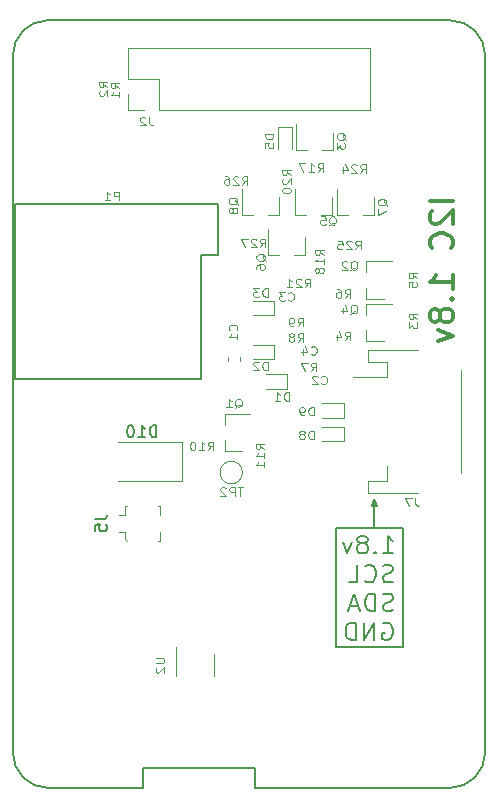
<source format=gbo>
G04 #@! TF.GenerationSoftware,KiCad,Pcbnew,(5.1.0-10-g6006703)*
G04 #@! TF.CreationDate,2019-05-20T20:44:00+08:00*
G04 #@! TF.ProjectId,cicada-4g,63696361-6461-42d3-9467-2e6b69636164,0.1*
G04 #@! TF.SameCoordinates,PX7cee6c0PY3dfd240*
G04 #@! TF.FileFunction,Legend,Bot*
G04 #@! TF.FilePolarity,Positive*
%FSLAX46Y46*%
G04 Gerber Fmt 4.6, Leading zero omitted, Abs format (unit mm)*
G04 Created by KiCad (PCBNEW (5.1.0-10-g6006703)) date 2019-05-20 20:44:00*
%MOMM*%
%LPD*%
G04 APERTURE LIST*
%ADD10C,0.200000*%
%ADD11C,0.300000*%
%ADD12C,0.150000*%
%ADD13C,0.120000*%
G04 APERTURE END LIST*
D10*
X10400000Y-36150000D02*
X10600000Y-35550000D01*
X10800000Y-36150000D02*
X10400000Y-36150000D01*
X10600000Y-35550000D02*
X10800000Y-36150000D01*
X10600000Y-38000000D02*
X10600000Y-35550000D01*
X13050000Y-48100000D02*
X13050000Y-38000000D01*
X7350000Y-48100000D02*
X13050000Y-48100000D01*
X7350000Y-38000000D02*
X7350000Y-48100000D01*
X13050000Y-38000000D02*
X7350000Y-38000000D01*
X11327142Y-40153571D02*
X12184285Y-40153571D01*
X11755714Y-40153571D02*
X11755714Y-38653571D01*
X11898571Y-38867857D01*
X12041428Y-39010714D01*
X12184285Y-39082142D01*
X10684285Y-40010714D02*
X10612857Y-40082142D01*
X10684285Y-40153571D01*
X10755714Y-40082142D01*
X10684285Y-40010714D01*
X10684285Y-40153571D01*
X9755714Y-39296428D02*
X9898571Y-39225000D01*
X9970000Y-39153571D01*
X10041428Y-39010714D01*
X10041428Y-38939285D01*
X9970000Y-38796428D01*
X9898571Y-38725000D01*
X9755714Y-38653571D01*
X9470000Y-38653571D01*
X9327142Y-38725000D01*
X9255714Y-38796428D01*
X9184285Y-38939285D01*
X9184285Y-39010714D01*
X9255714Y-39153571D01*
X9327142Y-39225000D01*
X9470000Y-39296428D01*
X9755714Y-39296428D01*
X9898571Y-39367857D01*
X9970000Y-39439285D01*
X10041428Y-39582142D01*
X10041428Y-39867857D01*
X9970000Y-40010714D01*
X9898571Y-40082142D01*
X9755714Y-40153571D01*
X9470000Y-40153571D01*
X9327142Y-40082142D01*
X9255714Y-40010714D01*
X9184285Y-39867857D01*
X9184285Y-39582142D01*
X9255714Y-39439285D01*
X9327142Y-39367857D01*
X9470000Y-39296428D01*
X8684285Y-39153571D02*
X8327142Y-40153571D01*
X7970000Y-39153571D01*
X12184285Y-42532142D02*
X11970000Y-42603571D01*
X11612857Y-42603571D01*
X11470000Y-42532142D01*
X11398571Y-42460714D01*
X11327142Y-42317857D01*
X11327142Y-42175000D01*
X11398571Y-42032142D01*
X11470000Y-41960714D01*
X11612857Y-41889285D01*
X11898571Y-41817857D01*
X12041428Y-41746428D01*
X12112857Y-41675000D01*
X12184285Y-41532142D01*
X12184285Y-41389285D01*
X12112857Y-41246428D01*
X12041428Y-41175000D01*
X11898571Y-41103571D01*
X11541428Y-41103571D01*
X11327142Y-41175000D01*
X9827142Y-42460714D02*
X9898571Y-42532142D01*
X10112857Y-42603571D01*
X10255714Y-42603571D01*
X10470000Y-42532142D01*
X10612857Y-42389285D01*
X10684285Y-42246428D01*
X10755714Y-41960714D01*
X10755714Y-41746428D01*
X10684285Y-41460714D01*
X10612857Y-41317857D01*
X10470000Y-41175000D01*
X10255714Y-41103571D01*
X10112857Y-41103571D01*
X9898571Y-41175000D01*
X9827142Y-41246428D01*
X8470000Y-42603571D02*
X9184285Y-42603571D01*
X9184285Y-41103571D01*
X12184285Y-44982142D02*
X11970000Y-45053571D01*
X11612857Y-45053571D01*
X11470000Y-44982142D01*
X11398571Y-44910714D01*
X11327142Y-44767857D01*
X11327142Y-44625000D01*
X11398571Y-44482142D01*
X11470000Y-44410714D01*
X11612857Y-44339285D01*
X11898571Y-44267857D01*
X12041428Y-44196428D01*
X12112857Y-44125000D01*
X12184285Y-43982142D01*
X12184285Y-43839285D01*
X12112857Y-43696428D01*
X12041428Y-43625000D01*
X11898571Y-43553571D01*
X11541428Y-43553571D01*
X11327142Y-43625000D01*
X10684285Y-45053571D02*
X10684285Y-43553571D01*
X10327142Y-43553571D01*
X10112857Y-43625000D01*
X9970000Y-43767857D01*
X9898571Y-43910714D01*
X9827142Y-44196428D01*
X9827142Y-44410714D01*
X9898571Y-44696428D01*
X9970000Y-44839285D01*
X10112857Y-44982142D01*
X10327142Y-45053571D01*
X10684285Y-45053571D01*
X9255714Y-44625000D02*
X8541428Y-44625000D01*
X9398571Y-45053571D02*
X8898571Y-43553571D01*
X8398571Y-45053571D01*
X11327142Y-46075000D02*
X11470000Y-46003571D01*
X11684285Y-46003571D01*
X11898571Y-46075000D01*
X12041428Y-46217857D01*
X12112857Y-46360714D01*
X12184285Y-46646428D01*
X12184285Y-46860714D01*
X12112857Y-47146428D01*
X12041428Y-47289285D01*
X11898571Y-47432142D01*
X11684285Y-47503571D01*
X11541428Y-47503571D01*
X11327142Y-47432142D01*
X11255714Y-47360714D01*
X11255714Y-46860714D01*
X11541428Y-46860714D01*
X10612857Y-47503571D02*
X10612857Y-46003571D01*
X9755714Y-47503571D01*
X9755714Y-46003571D01*
X9041428Y-47503571D02*
X9041428Y-46003571D01*
X8684285Y-46003571D01*
X8470000Y-46075000D01*
X8327142Y-46217857D01*
X8255714Y-46360714D01*
X8184285Y-46646428D01*
X8184285Y-46860714D01*
X8255714Y-47146428D01*
X8327142Y-47289285D01*
X8470000Y-47432142D01*
X8684285Y-47503571D01*
X9041428Y-47503571D01*
D11*
X17304761Y-10292857D02*
X15304761Y-10292857D01*
X15495238Y-11150000D02*
X15400000Y-11245238D01*
X15304761Y-11435714D01*
X15304761Y-11911904D01*
X15400000Y-12102380D01*
X15495238Y-12197619D01*
X15685714Y-12292857D01*
X15876190Y-12292857D01*
X16161904Y-12197619D01*
X17304761Y-11054761D01*
X17304761Y-12292857D01*
X17114285Y-14292857D02*
X17209523Y-14197619D01*
X17304761Y-13911904D01*
X17304761Y-13721428D01*
X17209523Y-13435714D01*
X17019047Y-13245238D01*
X16828571Y-13150000D01*
X16447619Y-13054761D01*
X16161904Y-13054761D01*
X15780952Y-13150000D01*
X15590476Y-13245238D01*
X15400000Y-13435714D01*
X15304761Y-13721428D01*
X15304761Y-13911904D01*
X15400000Y-14197619D01*
X15495238Y-14292857D01*
X17304761Y-17721428D02*
X17304761Y-16578571D01*
X17304761Y-17150000D02*
X15304761Y-17150000D01*
X15590476Y-16959523D01*
X15780952Y-16769047D01*
X15876190Y-16578571D01*
X17114285Y-18578571D02*
X17209523Y-18673809D01*
X17304761Y-18578571D01*
X17209523Y-18483333D01*
X17114285Y-18578571D01*
X17304761Y-18578571D01*
X16161904Y-19816666D02*
X16066666Y-19626190D01*
X15971428Y-19530952D01*
X15780952Y-19435714D01*
X15685714Y-19435714D01*
X15495238Y-19530952D01*
X15400000Y-19626190D01*
X15304761Y-19816666D01*
X15304761Y-20197619D01*
X15400000Y-20388095D01*
X15495238Y-20483333D01*
X15685714Y-20578571D01*
X15780952Y-20578571D01*
X15971428Y-20483333D01*
X16066666Y-20388095D01*
X16161904Y-20197619D01*
X16161904Y-19816666D01*
X16257142Y-19626190D01*
X16352380Y-19530952D01*
X16542857Y-19435714D01*
X16923809Y-19435714D01*
X17114285Y-19530952D01*
X17209523Y-19626190D01*
X17304761Y-19816666D01*
X17304761Y-20197619D01*
X17209523Y-20388095D01*
X17114285Y-20483333D01*
X16923809Y-20578571D01*
X16542857Y-20578571D01*
X16352380Y-20483333D01*
X16257142Y-20388095D01*
X16161904Y-20197619D01*
X15971428Y-21245238D02*
X17304761Y-21721428D01*
X15971428Y-22197619D01*
D12*
X500000Y-60000000D02*
X17000000Y-60000000D01*
X500000Y-58300000D02*
X500000Y-60000000D01*
X-9000000Y-58300000D02*
X500000Y-58300000D01*
X-9000000Y-60000000D02*
X-9000000Y-58300000D01*
X-17000000Y-60000000D02*
G75*
G02X-20000000Y-57000000I0J3000000D01*
G01*
X20000000Y-57000000D02*
G75*
G02X17000000Y-60000000I-3000000J0D01*
G01*
X17000000Y5000000D02*
G75*
G02X20000000Y2000000I0J-3000000D01*
G01*
X-20000000Y2000000D02*
G75*
G02X-17000000Y5000000I3000000J0D01*
G01*
X-20000000Y-57000000D02*
X-20000000Y2000000D01*
X-9000000Y-60000000D02*
X-17000000Y-60000000D01*
X20000000Y2000000D02*
X20000000Y-57000000D01*
X-17000000Y5000000D02*
X17000000Y5000000D01*
D13*
X-7500000Y-39100000D02*
X-7500000Y-38300000D01*
X-7700000Y-39100000D02*
X-7500000Y-39100000D01*
X-7500000Y-36100000D02*
X-7700000Y-36100000D01*
X-7500000Y-36900000D02*
X-7500000Y-36100000D01*
X-10500000Y-36100000D02*
X-10500000Y-36900000D01*
X-10300000Y-36100000D02*
X-10500000Y-36100000D01*
X-10500000Y-38900000D02*
X-10300000Y-39100000D01*
X-10500000Y-38300000D02*
X-10500000Y-38900000D01*
X-10500000Y-38300000D02*
X-11000000Y-38300000D01*
X-10500000Y-36900000D02*
X-11000000Y-36900000D01*
X-5650000Y-30700000D02*
X-11050000Y-30700000D01*
X-5650000Y-34000000D02*
X-11050000Y-34000000D01*
X-5650000Y-30700000D02*
X-5650000Y-34000000D01*
X17910000Y-24660000D02*
X17910000Y-33340000D01*
X11690000Y-34040000D02*
X11690000Y-32760000D01*
X10090000Y-34040000D02*
X11690000Y-34040000D01*
X10090000Y-35060000D02*
X10090000Y-34040000D01*
X14340000Y-35060000D02*
X10090000Y-35060000D01*
X11690000Y-25240000D02*
X8800000Y-25240000D01*
X11690000Y-23960000D02*
X11690000Y-25240000D01*
X10090000Y-23960000D02*
X11690000Y-23960000D01*
X10090000Y-22940000D02*
X10090000Y-23960000D01*
X14340000Y-22940000D02*
X10090000Y-22940000D01*
X-10220000Y-1270000D02*
X-10220000Y-2600000D01*
X-10220000Y-2600000D02*
X-8890000Y-2600000D01*
X-10220000Y0D02*
X-7620000Y0D01*
X-7620000Y0D02*
X-7620000Y-2600000D01*
X-7620000Y-2600000D02*
X10220000Y-2600000D01*
X10220000Y2600000D02*
X10220000Y-2600000D01*
X-10220000Y2600000D02*
X10220000Y2600000D01*
X-10220000Y2600000D02*
X-10220000Y0D01*
X-6210000Y-50500000D02*
X-6210000Y-48050000D01*
X-2990000Y-48700000D02*
X-2990000Y-50500000D01*
X-550000Y-33300000D02*
G75*
G03X-550000Y-33300000I-950000J0D01*
G01*
X2540660Y-11454974D02*
X2540660Y-9994974D01*
X-619340Y-11454974D02*
X-619340Y-9294974D01*
X-619340Y-11454974D02*
X310660Y-11454974D01*
X2540660Y-11454974D02*
X1610660Y-11454974D01*
X10580000Y-11460000D02*
X10580000Y-10000000D01*
X7420000Y-11460000D02*
X7420000Y-9300000D01*
X7420000Y-11460000D02*
X8350000Y-11460000D01*
X10580000Y-11460000D02*
X9650000Y-11460000D01*
X4780000Y-14860000D02*
X4780000Y-13400000D01*
X1620000Y-14860000D02*
X1620000Y-12700000D01*
X1620000Y-14860000D02*
X2550000Y-14860000D01*
X4780000Y-14860000D02*
X3850000Y-14860000D01*
X7030000Y-11460000D02*
X7030000Y-10000000D01*
X3870000Y-11460000D02*
X3870000Y-9300000D01*
X3870000Y-11460000D02*
X4800000Y-11460000D01*
X7030000Y-11460000D02*
X6100000Y-11460000D01*
X9940000Y-22180000D02*
X11400000Y-22180000D01*
X9940000Y-19020000D02*
X12100000Y-19020000D01*
X9940000Y-19020000D02*
X9940000Y-19950000D01*
X9940000Y-22180000D02*
X9940000Y-21250000D01*
X7148579Y-5980000D02*
X7148579Y-4520000D01*
X3988579Y-5980000D02*
X3988579Y-3820000D01*
X3988579Y-5980000D02*
X4918579Y-5980000D01*
X7148579Y-5980000D02*
X6218579Y-5980000D01*
X9940000Y-18580000D02*
X11400000Y-18580000D01*
X9940000Y-15420000D02*
X12100000Y-15420000D01*
X9940000Y-15420000D02*
X9940000Y-16350000D01*
X9940000Y-18580000D02*
X9940000Y-17650000D01*
X-2034874Y-31502183D02*
X-574874Y-31502183D01*
X-2034874Y-28342183D02*
X125126Y-28342183D01*
X-2034874Y-28342183D02*
X-2034874Y-29272183D01*
X-2034874Y-31502183D02*
X-2034874Y-30572183D01*
D12*
X-4100000Y-14850000D02*
X-4100000Y-25350000D01*
X-2600000Y-14850000D02*
X-4100000Y-14850000D01*
X-2600000Y-10600000D02*
X-2600000Y-14850000D01*
X-19850000Y-10600000D02*
X-2600000Y-10600000D01*
X-19850000Y-25350000D02*
X-19850000Y-10600000D01*
X-4100000Y-25350000D02*
X-19850000Y-25350000D01*
D13*
X6200000Y-28650000D02*
X8050000Y-28650000D01*
X6200000Y-27450000D02*
X8050000Y-27450000D01*
X8050000Y-27450000D02*
X8050000Y-28650000D01*
X6200000Y-30650000D02*
X8050000Y-30650000D01*
X6200000Y-29450000D02*
X8050000Y-29450000D01*
X8050000Y-29450000D02*
X8050000Y-30650000D01*
X3658579Y-5900000D02*
X3658579Y-4050000D01*
X2458579Y-5900000D02*
X2458579Y-4050000D01*
X2458579Y-4050000D02*
X3658579Y-4050000D01*
X300000Y-20000000D02*
X2150000Y-20000000D01*
X300000Y-18800000D02*
X2150000Y-18800000D01*
X2150000Y-18800000D02*
X2150000Y-20000000D01*
X300000Y-23700000D02*
X2150000Y-23700000D01*
X300000Y-22500000D02*
X2150000Y-22500000D01*
X2150000Y-22500000D02*
X2150000Y-23700000D01*
X1400000Y-26200000D02*
X3250000Y-26200000D01*
X1400000Y-25000000D02*
X3250000Y-25000000D01*
X3250000Y-25000000D02*
X3250000Y-26200000D01*
X-790000Y-23537221D02*
X-790000Y-23862779D01*
X-1810000Y-23537221D02*
X-1810000Y-23862779D01*
D12*
X-13047620Y-37266666D02*
X-12333334Y-37266666D01*
X-12190477Y-37219047D01*
X-12095239Y-37123809D01*
X-12047620Y-36980952D01*
X-12047620Y-36885714D01*
X-13047620Y-38219047D02*
X-13047620Y-37742857D01*
X-12571429Y-37695238D01*
X-12619048Y-37742857D01*
X-12666667Y-37838095D01*
X-12666667Y-38076190D01*
X-12619048Y-38171428D01*
X-12571429Y-38219047D01*
X-12476191Y-38266666D01*
X-12238096Y-38266666D01*
X-12142858Y-38219047D01*
X-12095239Y-38171428D01*
X-12047620Y-38076190D01*
X-12047620Y-37838095D01*
X-12095239Y-37742857D01*
X-12142858Y-37695238D01*
X-7835715Y-30302380D02*
X-7835715Y-29302380D01*
X-8073810Y-29302380D01*
X-8216667Y-29350000D01*
X-8311905Y-29445238D01*
X-8359524Y-29540476D01*
X-8407143Y-29730952D01*
X-8407143Y-29873809D01*
X-8359524Y-30064285D01*
X-8311905Y-30159523D01*
X-8216667Y-30254761D01*
X-8073810Y-30302380D01*
X-7835715Y-30302380D01*
X-9359524Y-30302380D02*
X-8788096Y-30302380D01*
X-9073810Y-30302380D02*
X-9073810Y-29302380D01*
X-8978572Y-29445238D01*
X-8883334Y-29540476D01*
X-8788096Y-29588095D01*
X-9978572Y-29302380D02*
X-10073810Y-29302380D01*
X-10169048Y-29350000D01*
X-10216667Y-29397619D01*
X-10264286Y-29492857D01*
X-10311905Y-29683333D01*
X-10311905Y-29921428D01*
X-10264286Y-30111904D01*
X-10216667Y-30207142D01*
X-10169048Y-30254761D01*
X-10073810Y-30302380D01*
X-9978572Y-30302380D01*
X-9883334Y-30254761D01*
X-9835715Y-30207142D01*
X-9788096Y-30111904D01*
X-9740477Y-29921428D01*
X-9740477Y-29683333D01*
X-9788096Y-29492857D01*
X-9835715Y-29397619D01*
X-9883334Y-29350000D01*
X-9978572Y-29302380D01*
D13*
X14066666Y-35416666D02*
X14066666Y-35916666D01*
X14104761Y-36016666D01*
X14180952Y-36083333D01*
X14295238Y-36116666D01*
X14371428Y-36116666D01*
X13761904Y-35416666D02*
X13228571Y-35416666D01*
X13571428Y-36116666D01*
X914285Y-14216666D02*
X1180952Y-13883333D01*
X1371428Y-14216666D02*
X1371428Y-13516666D01*
X1066666Y-13516666D01*
X990476Y-13550000D01*
X952380Y-13583333D01*
X914285Y-13650000D01*
X914285Y-13750000D01*
X952380Y-13816666D01*
X990476Y-13850000D01*
X1066666Y-13883333D01*
X1371428Y-13883333D01*
X609523Y-13583333D02*
X571428Y-13550000D01*
X495238Y-13516666D01*
X304761Y-13516666D01*
X228571Y-13550000D01*
X190476Y-13583333D01*
X152380Y-13650000D01*
X152380Y-13716666D01*
X190476Y-13816666D01*
X647619Y-14216666D01*
X152380Y-14216666D01*
X-114286Y-13516666D02*
X-647620Y-13516666D01*
X-304762Y-14216666D01*
X-585715Y-8916666D02*
X-319048Y-8583333D01*
X-128572Y-8916666D02*
X-128572Y-8216666D01*
X-433334Y-8216666D01*
X-509524Y-8250000D01*
X-547620Y-8283333D01*
X-585715Y-8350000D01*
X-585715Y-8450000D01*
X-547620Y-8516666D01*
X-509524Y-8550000D01*
X-433334Y-8583333D01*
X-128572Y-8583333D01*
X-890477Y-8283333D02*
X-928572Y-8250000D01*
X-1004762Y-8216666D01*
X-1195239Y-8216666D01*
X-1271429Y-8250000D01*
X-1309524Y-8283333D01*
X-1347620Y-8350000D01*
X-1347620Y-8416666D01*
X-1309524Y-8516666D01*
X-852381Y-8916666D01*
X-1347620Y-8916666D01*
X-2033334Y-8216666D02*
X-1880953Y-8216666D01*
X-1804762Y-8250000D01*
X-1766667Y-8283333D01*
X-1690477Y-8383333D01*
X-1652381Y-8516666D01*
X-1652381Y-8783333D01*
X-1690477Y-8850000D01*
X-1728572Y-8883333D01*
X-1804762Y-8916666D01*
X-1957143Y-8916666D01*
X-2033334Y-8883333D01*
X-2071429Y-8850000D01*
X-2109524Y-8783333D01*
X-2109524Y-8616666D01*
X-2071429Y-8550000D01*
X-2033334Y-8516666D01*
X-1957143Y-8483333D01*
X-1804762Y-8483333D01*
X-1728572Y-8516666D01*
X-1690477Y-8550000D01*
X-1652381Y-8616666D01*
X9014285Y-14386666D02*
X9280952Y-14053333D01*
X9471428Y-14386666D02*
X9471428Y-13686666D01*
X9166666Y-13686666D01*
X9090476Y-13720000D01*
X9052380Y-13753333D01*
X9014285Y-13820000D01*
X9014285Y-13920000D01*
X9052380Y-13986666D01*
X9090476Y-14020000D01*
X9166666Y-14053333D01*
X9471428Y-14053333D01*
X8709523Y-13753333D02*
X8671428Y-13720000D01*
X8595238Y-13686666D01*
X8404761Y-13686666D01*
X8328571Y-13720000D01*
X8290476Y-13753333D01*
X8252380Y-13820000D01*
X8252380Y-13886666D01*
X8290476Y-13986666D01*
X8747619Y-14386666D01*
X8252380Y-14386666D01*
X7528571Y-13686666D02*
X7909523Y-13686666D01*
X7947619Y-14020000D01*
X7909523Y-13986666D01*
X7833333Y-13953333D01*
X7642857Y-13953333D01*
X7566666Y-13986666D01*
X7528571Y-14020000D01*
X7490476Y-14086666D01*
X7490476Y-14253333D01*
X7528571Y-14320000D01*
X7566666Y-14353333D01*
X7642857Y-14386666D01*
X7833333Y-14386666D01*
X7909523Y-14353333D01*
X7947619Y-14320000D01*
X9414285Y-7916666D02*
X9680952Y-7583333D01*
X9871428Y-7916666D02*
X9871428Y-7216666D01*
X9566666Y-7216666D01*
X9490476Y-7250000D01*
X9452380Y-7283333D01*
X9414285Y-7350000D01*
X9414285Y-7450000D01*
X9452380Y-7516666D01*
X9490476Y-7550000D01*
X9566666Y-7583333D01*
X9871428Y-7583333D01*
X9109523Y-7283333D02*
X9071428Y-7250000D01*
X8995238Y-7216666D01*
X8804761Y-7216666D01*
X8728571Y-7250000D01*
X8690476Y-7283333D01*
X8652380Y-7350000D01*
X8652380Y-7416666D01*
X8690476Y-7516666D01*
X9147619Y-7916666D01*
X8652380Y-7916666D01*
X7966666Y-7450000D02*
X7966666Y-7916666D01*
X8157142Y-7183333D02*
X8347619Y-7683333D01*
X7852380Y-7683333D01*
X4714285Y-17616666D02*
X4980952Y-17283333D01*
X5171428Y-17616666D02*
X5171428Y-16916666D01*
X4866666Y-16916666D01*
X4790476Y-16950000D01*
X4752380Y-16983333D01*
X4714285Y-17050000D01*
X4714285Y-17150000D01*
X4752380Y-17216666D01*
X4790476Y-17250000D01*
X4866666Y-17283333D01*
X5171428Y-17283333D01*
X4409523Y-16983333D02*
X4371428Y-16950000D01*
X4295238Y-16916666D01*
X4104761Y-16916666D01*
X4028571Y-16950000D01*
X3990476Y-16983333D01*
X3952380Y-17050000D01*
X3952380Y-17116666D01*
X3990476Y-17216666D01*
X4447619Y-17616666D01*
X3952380Y-17616666D01*
X3190476Y-17616666D02*
X3647619Y-17616666D01*
X3419047Y-17616666D02*
X3419047Y-16916666D01*
X3495238Y-17016666D01*
X3571428Y-17083333D01*
X3647619Y-17116666D01*
X3516666Y-8135714D02*
X3183333Y-7869047D01*
X3516666Y-7678571D02*
X2816666Y-7678571D01*
X2816666Y-7983333D01*
X2850000Y-8059523D01*
X2883333Y-8097619D01*
X2950000Y-8135714D01*
X3050000Y-8135714D01*
X3116666Y-8097619D01*
X3150000Y-8059523D01*
X3183333Y-7983333D01*
X3183333Y-7678571D01*
X2883333Y-8440476D02*
X2850000Y-8478571D01*
X2816666Y-8554761D01*
X2816666Y-8745238D01*
X2850000Y-8821428D01*
X2883333Y-8859523D01*
X2950000Y-8897619D01*
X3016666Y-8897619D01*
X3116666Y-8859523D01*
X3516666Y-8402380D01*
X3516666Y-8897619D01*
X2816666Y-9392857D02*
X2816666Y-9469047D01*
X2850000Y-9545238D01*
X2883333Y-9583333D01*
X2950000Y-9621428D01*
X3083333Y-9659523D01*
X3250000Y-9659523D01*
X3383333Y-9621428D01*
X3450000Y-9583333D01*
X3483333Y-9545238D01*
X3516666Y-9469047D01*
X3516666Y-9392857D01*
X3483333Y-9316666D01*
X3450000Y-9278571D01*
X3383333Y-9240476D01*
X3250000Y-9202380D01*
X3083333Y-9202380D01*
X2950000Y-9240476D01*
X2883333Y-9278571D01*
X2850000Y-9316666D01*
X2816666Y-9392857D01*
X6316666Y-14885714D02*
X5983333Y-14619047D01*
X6316666Y-14428571D02*
X5616666Y-14428571D01*
X5616666Y-14733333D01*
X5650000Y-14809523D01*
X5683333Y-14847619D01*
X5750000Y-14885714D01*
X5850000Y-14885714D01*
X5916666Y-14847619D01*
X5950000Y-14809523D01*
X5983333Y-14733333D01*
X5983333Y-14428571D01*
X6316666Y-15647619D02*
X6316666Y-15190476D01*
X6316666Y-15419047D02*
X5616666Y-15419047D01*
X5716666Y-15342857D01*
X5783333Y-15266666D01*
X5816666Y-15190476D01*
X5916666Y-16104761D02*
X5883333Y-16028571D01*
X5850000Y-15990476D01*
X5783333Y-15952380D01*
X5750000Y-15952380D01*
X5683333Y-15990476D01*
X5650000Y-16028571D01*
X5616666Y-16104761D01*
X5616666Y-16257142D01*
X5650000Y-16333333D01*
X5683333Y-16371428D01*
X5750000Y-16409523D01*
X5783333Y-16409523D01*
X5850000Y-16371428D01*
X5883333Y-16333333D01*
X5916666Y-16257142D01*
X5916666Y-16104761D01*
X5950000Y-16028571D01*
X5983333Y-15990476D01*
X6050000Y-15952380D01*
X6183333Y-15952380D01*
X6250000Y-15990476D01*
X6283333Y-16028571D01*
X6316666Y-16104761D01*
X6316666Y-16257142D01*
X6283333Y-16333333D01*
X6250000Y-16371428D01*
X6183333Y-16409523D01*
X6050000Y-16409523D01*
X5983333Y-16371428D01*
X5950000Y-16333333D01*
X5916666Y-16257142D01*
X5814285Y-7816666D02*
X6080952Y-7483333D01*
X6271428Y-7816666D02*
X6271428Y-7116666D01*
X5966666Y-7116666D01*
X5890476Y-7150000D01*
X5852380Y-7183333D01*
X5814285Y-7250000D01*
X5814285Y-7350000D01*
X5852380Y-7416666D01*
X5890476Y-7450000D01*
X5966666Y-7483333D01*
X6271428Y-7483333D01*
X5052380Y-7816666D02*
X5509523Y-7816666D01*
X5280952Y-7816666D02*
X5280952Y-7116666D01*
X5357142Y-7216666D01*
X5433333Y-7283333D01*
X5509523Y-7316666D01*
X4785714Y-7116666D02*
X4252380Y-7116666D01*
X4595238Y-7816666D01*
X1275245Y-31327136D02*
X941912Y-31060469D01*
X1275245Y-30869993D02*
X575245Y-30869993D01*
X575245Y-31174755D01*
X608579Y-31250945D01*
X641912Y-31289041D01*
X708579Y-31327136D01*
X808579Y-31327136D01*
X875245Y-31289041D01*
X908579Y-31250945D01*
X941912Y-31174755D01*
X941912Y-30869993D01*
X1275245Y-32089041D02*
X1275245Y-31631898D01*
X1275245Y-31860469D02*
X575245Y-31860469D01*
X675245Y-31784279D01*
X741912Y-31708088D01*
X775245Y-31631898D01*
X1275245Y-32850945D02*
X1275245Y-32393802D01*
X1275245Y-32622374D02*
X575245Y-32622374D01*
X675245Y-32546183D01*
X741912Y-32469993D01*
X775245Y-32393802D01*
X-3460588Y-31408847D02*
X-3193921Y-31075514D01*
X-3003445Y-31408847D02*
X-3003445Y-30708847D01*
X-3308207Y-30708847D01*
X-3384397Y-30742181D01*
X-3422493Y-30775514D01*
X-3460588Y-30842181D01*
X-3460588Y-30942181D01*
X-3422493Y-31008847D01*
X-3384397Y-31042181D01*
X-3308207Y-31075514D01*
X-3003445Y-31075514D01*
X-4222493Y-31408847D02*
X-3765350Y-31408847D01*
X-3993921Y-31408847D02*
X-3993921Y-30708847D01*
X-3917731Y-30808847D01*
X-3841540Y-30875514D01*
X-3765350Y-30908847D01*
X-4717731Y-30708847D02*
X-4793921Y-30708847D01*
X-4870112Y-30742181D01*
X-4908207Y-30775514D01*
X-4946302Y-30842181D01*
X-4984397Y-30975514D01*
X-4984397Y-31142181D01*
X-4946302Y-31275514D01*
X-4908207Y-31342181D01*
X-4870112Y-31375514D01*
X-4793921Y-31408847D01*
X-4717731Y-31408847D01*
X-4641540Y-31375514D01*
X-4603445Y-31342181D01*
X-4565350Y-31275514D01*
X-4527254Y-31142181D01*
X-4527254Y-30975514D01*
X-4565350Y-30842181D01*
X-4603445Y-30775514D01*
X-4641540Y-30742181D01*
X-4717731Y-30708847D01*
X4133333Y-20916666D02*
X4400000Y-20583333D01*
X4590476Y-20916666D02*
X4590476Y-20216666D01*
X4285714Y-20216666D01*
X4209523Y-20250000D01*
X4171428Y-20283333D01*
X4133333Y-20350000D01*
X4133333Y-20450000D01*
X4171428Y-20516666D01*
X4209523Y-20550000D01*
X4285714Y-20583333D01*
X4590476Y-20583333D01*
X3752380Y-20916666D02*
X3600000Y-20916666D01*
X3523809Y-20883333D01*
X3485714Y-20850000D01*
X3409523Y-20750000D01*
X3371428Y-20616666D01*
X3371428Y-20350000D01*
X3409523Y-20283333D01*
X3447619Y-20250000D01*
X3523809Y-20216666D01*
X3676190Y-20216666D01*
X3752380Y-20250000D01*
X3790476Y-20283333D01*
X3828571Y-20350000D01*
X3828571Y-20516666D01*
X3790476Y-20583333D01*
X3752380Y-20616666D01*
X3676190Y-20650000D01*
X3523809Y-20650000D01*
X3447619Y-20616666D01*
X3409523Y-20583333D01*
X3371428Y-20516666D01*
X4133333Y-22216666D02*
X4400000Y-21883333D01*
X4590476Y-22216666D02*
X4590476Y-21516666D01*
X4285714Y-21516666D01*
X4209523Y-21550000D01*
X4171428Y-21583333D01*
X4133333Y-21650000D01*
X4133333Y-21750000D01*
X4171428Y-21816666D01*
X4209523Y-21850000D01*
X4285714Y-21883333D01*
X4590476Y-21883333D01*
X3676190Y-21816666D02*
X3752380Y-21783333D01*
X3790476Y-21750000D01*
X3828571Y-21683333D01*
X3828571Y-21650000D01*
X3790476Y-21583333D01*
X3752380Y-21550000D01*
X3676190Y-21516666D01*
X3523809Y-21516666D01*
X3447619Y-21550000D01*
X3409523Y-21583333D01*
X3371428Y-21650000D01*
X3371428Y-21683333D01*
X3409523Y-21750000D01*
X3447619Y-21783333D01*
X3523809Y-21816666D01*
X3676190Y-21816666D01*
X3752380Y-21850000D01*
X3790476Y-21883333D01*
X3828571Y-21950000D01*
X3828571Y-22083333D01*
X3790476Y-22150000D01*
X3752380Y-22183333D01*
X3676190Y-22216666D01*
X3523809Y-22216666D01*
X3447619Y-22183333D01*
X3409523Y-22150000D01*
X3371428Y-22083333D01*
X3371428Y-21950000D01*
X3409523Y-21883333D01*
X3447619Y-21850000D01*
X3523809Y-21816666D01*
X5233333Y-24716666D02*
X5500000Y-24383333D01*
X5690476Y-24716666D02*
X5690476Y-24016666D01*
X5385714Y-24016666D01*
X5309523Y-24050000D01*
X5271428Y-24083333D01*
X5233333Y-24150000D01*
X5233333Y-24250000D01*
X5271428Y-24316666D01*
X5309523Y-24350000D01*
X5385714Y-24383333D01*
X5690476Y-24383333D01*
X4966666Y-24016666D02*
X4433333Y-24016666D01*
X4776190Y-24716666D01*
X8133333Y-18486666D02*
X8400000Y-18153333D01*
X8590476Y-18486666D02*
X8590476Y-17786666D01*
X8285714Y-17786666D01*
X8209523Y-17820000D01*
X8171428Y-17853333D01*
X8133333Y-17920000D01*
X8133333Y-18020000D01*
X8171428Y-18086666D01*
X8209523Y-18120000D01*
X8285714Y-18153333D01*
X8590476Y-18153333D01*
X7447619Y-17786666D02*
X7600000Y-17786666D01*
X7676190Y-17820000D01*
X7714285Y-17853333D01*
X7790476Y-17953333D01*
X7828571Y-18086666D01*
X7828571Y-18353333D01*
X7790476Y-18420000D01*
X7752380Y-18453333D01*
X7676190Y-18486666D01*
X7523809Y-18486666D01*
X7447619Y-18453333D01*
X7409523Y-18420000D01*
X7371428Y-18353333D01*
X7371428Y-18186666D01*
X7409523Y-18120000D01*
X7447619Y-18086666D01*
X7523809Y-18053333D01*
X7676190Y-18053333D01*
X7752380Y-18086666D01*
X7790476Y-18120000D01*
X7828571Y-18186666D01*
X14216666Y-16866666D02*
X13883333Y-16600000D01*
X14216666Y-16409523D02*
X13516666Y-16409523D01*
X13516666Y-16714285D01*
X13550000Y-16790476D01*
X13583333Y-16828571D01*
X13650000Y-16866666D01*
X13750000Y-16866666D01*
X13816666Y-16828571D01*
X13850000Y-16790476D01*
X13883333Y-16714285D01*
X13883333Y-16409523D01*
X13516666Y-17590476D02*
X13516666Y-17209523D01*
X13850000Y-17171428D01*
X13816666Y-17209523D01*
X13783333Y-17285714D01*
X13783333Y-17476190D01*
X13816666Y-17552380D01*
X13850000Y-17590476D01*
X13916666Y-17628571D01*
X14083333Y-17628571D01*
X14150000Y-17590476D01*
X14183333Y-17552380D01*
X14216666Y-17476190D01*
X14216666Y-17285714D01*
X14183333Y-17209523D01*
X14150000Y-17171428D01*
X8133333Y-22086666D02*
X8400000Y-21753333D01*
X8590476Y-22086666D02*
X8590476Y-21386666D01*
X8285714Y-21386666D01*
X8209523Y-21420000D01*
X8171428Y-21453333D01*
X8133333Y-21520000D01*
X8133333Y-21620000D01*
X8171428Y-21686666D01*
X8209523Y-21720000D01*
X8285714Y-21753333D01*
X8590476Y-21753333D01*
X7447619Y-21620000D02*
X7447619Y-22086666D01*
X7638095Y-21353333D02*
X7828571Y-21853333D01*
X7333333Y-21853333D01*
X14260168Y-20310169D02*
X13926835Y-20043503D01*
X14260168Y-19853026D02*
X13560168Y-19853026D01*
X13560168Y-20157788D01*
X13593502Y-20233979D01*
X13626835Y-20272074D01*
X13693502Y-20310169D01*
X13793502Y-20310169D01*
X13860168Y-20272074D01*
X13893502Y-20233979D01*
X13926835Y-20157788D01*
X13926835Y-19853026D01*
X13560168Y-20576836D02*
X13560168Y-21072074D01*
X13826835Y-20805407D01*
X13826835Y-20919693D01*
X13860168Y-20995883D01*
X13893502Y-21033979D01*
X13960168Y-21072074D01*
X14126835Y-21072074D01*
X14193502Y-21033979D01*
X14226835Y-20995883D01*
X14260168Y-20919693D01*
X14260168Y-20691122D01*
X14226835Y-20614931D01*
X14193502Y-20576836D01*
X-11983334Y-666666D02*
X-12316667Y-400000D01*
X-11983334Y-209523D02*
X-12683334Y-209523D01*
X-12683334Y-514285D01*
X-12650000Y-590476D01*
X-12616667Y-628571D01*
X-12550000Y-666666D01*
X-12450000Y-666666D01*
X-12383334Y-628571D01*
X-12350000Y-590476D01*
X-12316667Y-514285D01*
X-12316667Y-209523D01*
X-12616667Y-971428D02*
X-12650000Y-1009523D01*
X-12683334Y-1085714D01*
X-12683334Y-1276190D01*
X-12650000Y-1352380D01*
X-12616667Y-1390476D01*
X-12550000Y-1428571D01*
X-12483334Y-1428571D01*
X-12383334Y-1390476D01*
X-11983334Y-933333D01*
X-11983334Y-1428571D01*
X-10983334Y-766666D02*
X-11316667Y-500000D01*
X-10983334Y-309523D02*
X-11683334Y-309523D01*
X-11683334Y-614285D01*
X-11650000Y-690476D01*
X-11616667Y-728571D01*
X-11550000Y-766666D01*
X-11450000Y-766666D01*
X-11383334Y-728571D01*
X-11350000Y-690476D01*
X-11316667Y-614285D01*
X-11316667Y-309523D01*
X-10983334Y-1528571D02*
X-10983334Y-1071428D01*
X-10983334Y-1300000D02*
X-11683334Y-1300000D01*
X-11583334Y-1223809D01*
X-11516667Y-1147619D01*
X-11483334Y-1071428D01*
X-8433334Y-3216666D02*
X-8433334Y-3716666D01*
X-8395239Y-3816666D01*
X-8319048Y-3883333D01*
X-8204762Y-3916666D01*
X-8128572Y-3916666D01*
X-8776191Y-3283333D02*
X-8814286Y-3250000D01*
X-8890477Y-3216666D01*
X-9080953Y-3216666D01*
X-9157143Y-3250000D01*
X-9195239Y-3283333D01*
X-9233334Y-3350000D01*
X-9233334Y-3416666D01*
X-9195239Y-3516666D01*
X-8738096Y-3916666D01*
X-9233334Y-3916666D01*
X-7883334Y-48990476D02*
X-7316667Y-48990476D01*
X-7250000Y-49028571D01*
X-7216667Y-49066666D01*
X-7183334Y-49142857D01*
X-7183334Y-49295238D01*
X-7216667Y-49371428D01*
X-7250000Y-49409523D01*
X-7316667Y-49447619D01*
X-7883334Y-49447619D01*
X-7816667Y-49790476D02*
X-7850000Y-49828571D01*
X-7883334Y-49904761D01*
X-7883334Y-50095238D01*
X-7850000Y-50171428D01*
X-7816667Y-50209523D01*
X-7750000Y-50247619D01*
X-7683334Y-50247619D01*
X-7583334Y-50209523D01*
X-7183334Y-49752380D01*
X-7183334Y-50247619D01*
X-490477Y-34564666D02*
X-947620Y-34564666D01*
X-719048Y-35264666D02*
X-719048Y-34564666D01*
X-1214286Y-35264666D02*
X-1214286Y-34564666D01*
X-1519048Y-34564666D01*
X-1595239Y-34598000D01*
X-1633334Y-34631333D01*
X-1671429Y-34698000D01*
X-1671429Y-34798000D01*
X-1633334Y-34864666D01*
X-1595239Y-34898000D01*
X-1519048Y-34931333D01*
X-1214286Y-34931333D01*
X-1976191Y-34631333D02*
X-2014286Y-34598000D01*
X-2090477Y-34564666D01*
X-2280953Y-34564666D01*
X-2357143Y-34598000D01*
X-2395239Y-34631333D01*
X-2433334Y-34698000D01*
X-2433334Y-34764666D01*
X-2395239Y-34864666D01*
X-1938096Y-35264666D01*
X-2433334Y-35264666D01*
X-916667Y-10618783D02*
X-950000Y-10542593D01*
X-1016667Y-10466402D01*
X-1116667Y-10352116D01*
X-1150000Y-10275926D01*
X-1150000Y-10199735D01*
X-983334Y-10237831D02*
X-1016667Y-10161640D01*
X-1083334Y-10085450D01*
X-1216667Y-10047354D01*
X-1450000Y-10047354D01*
X-1583334Y-10085450D01*
X-1650000Y-10161640D01*
X-1683334Y-10237831D01*
X-1683334Y-10390212D01*
X-1650000Y-10466402D01*
X-1583334Y-10542593D01*
X-1450000Y-10580688D01*
X-1216667Y-10580688D01*
X-1083334Y-10542593D01*
X-1016667Y-10466402D01*
X-983334Y-10390212D01*
X-983334Y-10237831D01*
X-1383334Y-11037831D02*
X-1416667Y-10961640D01*
X-1450000Y-10923545D01*
X-1516667Y-10885450D01*
X-1550000Y-10885450D01*
X-1616667Y-10923545D01*
X-1650000Y-10961640D01*
X-1683334Y-11037831D01*
X-1683334Y-11190212D01*
X-1650000Y-11266402D01*
X-1616667Y-11304497D01*
X-1550000Y-11342593D01*
X-1516667Y-11342593D01*
X-1450000Y-11304497D01*
X-1416667Y-11266402D01*
X-1383334Y-11190212D01*
X-1383334Y-11037831D01*
X-1350000Y-10961640D01*
X-1316667Y-10923545D01*
X-1250000Y-10885450D01*
X-1116667Y-10885450D01*
X-1050000Y-10923545D01*
X-1016667Y-10961640D01*
X-983334Y-11037831D01*
X-983334Y-11190212D01*
X-1016667Y-11266402D01*
X-1050000Y-11304497D01*
X-1116667Y-11342593D01*
X-1250000Y-11342593D01*
X-1316667Y-11304497D01*
X-1350000Y-11266402D01*
X-1383334Y-11190212D01*
X11683333Y-10723809D02*
X11650000Y-10647619D01*
X11583333Y-10571428D01*
X11483333Y-10457142D01*
X11450000Y-10380952D01*
X11450000Y-10304761D01*
X11616666Y-10342857D02*
X11583333Y-10266666D01*
X11516666Y-10190476D01*
X11383333Y-10152380D01*
X11150000Y-10152380D01*
X11016666Y-10190476D01*
X10950000Y-10266666D01*
X10916666Y-10342857D01*
X10916666Y-10495238D01*
X10950000Y-10571428D01*
X11016666Y-10647619D01*
X11150000Y-10685714D01*
X11383333Y-10685714D01*
X11516666Y-10647619D01*
X11583333Y-10571428D01*
X11616666Y-10495238D01*
X11616666Y-10342857D01*
X10916666Y-10952380D02*
X10916666Y-11485714D01*
X11616666Y-11142857D01*
X1400490Y-15389495D02*
X1367157Y-15313305D01*
X1300490Y-15237114D01*
X1200490Y-15122828D01*
X1167157Y-15046638D01*
X1167157Y-14970447D01*
X1333823Y-15008543D02*
X1300490Y-14932352D01*
X1233823Y-14856162D01*
X1100490Y-14818066D01*
X867157Y-14818066D01*
X733823Y-14856162D01*
X667157Y-14932352D01*
X633823Y-15008543D01*
X633823Y-15160924D01*
X667157Y-15237114D01*
X733823Y-15313305D01*
X867157Y-15351400D01*
X1100490Y-15351400D01*
X1233823Y-15313305D01*
X1300490Y-15237114D01*
X1333823Y-15160924D01*
X1333823Y-15008543D01*
X633823Y-16037114D02*
X633823Y-15884733D01*
X667157Y-15808543D01*
X700490Y-15770447D01*
X800490Y-15694257D01*
X933823Y-15656162D01*
X1200490Y-15656162D01*
X1267157Y-15694257D01*
X1300490Y-15732352D01*
X1333823Y-15808543D01*
X1333823Y-15960924D01*
X1300490Y-16037114D01*
X1267157Y-16075209D01*
X1200490Y-16113305D01*
X1033823Y-16113305D01*
X967157Y-16075209D01*
X933823Y-16037114D01*
X900490Y-15960924D01*
X900490Y-15808543D01*
X933823Y-15732352D01*
X967157Y-15694257D01*
X1033823Y-15656162D01*
X6776190Y-12383333D02*
X6852380Y-12350000D01*
X6928571Y-12283333D01*
X7042857Y-12183333D01*
X7119047Y-12150000D01*
X7195238Y-12150000D01*
X7157142Y-12316666D02*
X7233333Y-12283333D01*
X7309523Y-12216666D01*
X7347619Y-12083333D01*
X7347619Y-11850000D01*
X7309523Y-11716666D01*
X7233333Y-11650000D01*
X7157142Y-11616666D01*
X7004761Y-11616666D01*
X6928571Y-11650000D01*
X6852380Y-11716666D01*
X6814285Y-11850000D01*
X6814285Y-12083333D01*
X6852380Y-12216666D01*
X6928571Y-12283333D01*
X7004761Y-12316666D01*
X7157142Y-12316666D01*
X6090476Y-11616666D02*
X6471428Y-11616666D01*
X6509523Y-11950000D01*
X6471428Y-11916666D01*
X6395238Y-11883333D01*
X6204761Y-11883333D01*
X6128571Y-11916666D01*
X6090476Y-11950000D01*
X6052380Y-12016666D01*
X6052380Y-12183333D01*
X6090476Y-12250000D01*
X6128571Y-12283333D01*
X6204761Y-12316666D01*
X6395238Y-12316666D01*
X6471428Y-12283333D01*
X6509523Y-12250000D01*
X8576190Y-19883333D02*
X8652380Y-19850000D01*
X8728571Y-19783333D01*
X8842857Y-19683333D01*
X8919047Y-19650000D01*
X8995238Y-19650000D01*
X8957142Y-19816666D02*
X9033333Y-19783333D01*
X9109523Y-19716666D01*
X9147619Y-19583333D01*
X9147619Y-19350000D01*
X9109523Y-19216666D01*
X9033333Y-19150000D01*
X8957142Y-19116666D01*
X8804761Y-19116666D01*
X8728571Y-19150000D01*
X8652380Y-19216666D01*
X8614285Y-19350000D01*
X8614285Y-19583333D01*
X8652380Y-19716666D01*
X8728571Y-19783333D01*
X8804761Y-19816666D01*
X8957142Y-19816666D01*
X7928571Y-19350000D02*
X7928571Y-19816666D01*
X8119047Y-19083333D02*
X8309523Y-19583333D01*
X7814285Y-19583333D01*
X8183333Y-5143809D02*
X8150000Y-5067619D01*
X8083333Y-4991428D01*
X7983333Y-4877142D01*
X7950000Y-4800952D01*
X7950000Y-4724761D01*
X8116666Y-4762857D02*
X8083333Y-4686666D01*
X8016666Y-4610476D01*
X7883333Y-4572380D01*
X7650000Y-4572380D01*
X7516666Y-4610476D01*
X7450000Y-4686666D01*
X7416666Y-4762857D01*
X7416666Y-4915238D01*
X7450000Y-4991428D01*
X7516666Y-5067619D01*
X7650000Y-5105714D01*
X7883333Y-5105714D01*
X8016666Y-5067619D01*
X8083333Y-4991428D01*
X8116666Y-4915238D01*
X8116666Y-4762857D01*
X7416666Y-5372380D02*
X7416666Y-5867619D01*
X7683333Y-5600952D01*
X7683333Y-5715238D01*
X7716666Y-5791428D01*
X7750000Y-5829523D01*
X7816666Y-5867619D01*
X7983333Y-5867619D01*
X8050000Y-5829523D01*
X8083333Y-5791428D01*
X8116666Y-5715238D01*
X8116666Y-5486666D01*
X8083333Y-5410476D01*
X8050000Y-5372380D01*
X8576190Y-16183333D02*
X8652380Y-16150000D01*
X8728571Y-16083333D01*
X8842857Y-15983333D01*
X8919047Y-15950000D01*
X8995238Y-15950000D01*
X8957142Y-16116666D02*
X9033333Y-16083333D01*
X9109523Y-16016666D01*
X9147619Y-15883333D01*
X9147619Y-15650000D01*
X9109523Y-15516666D01*
X9033333Y-15450000D01*
X8957142Y-15416666D01*
X8804761Y-15416666D01*
X8728571Y-15450000D01*
X8652380Y-15516666D01*
X8614285Y-15650000D01*
X8614285Y-15883333D01*
X8652380Y-16016666D01*
X8728571Y-16083333D01*
X8804761Y-16116666D01*
X8957142Y-16116666D01*
X8309523Y-15483333D02*
X8271428Y-15450000D01*
X8195238Y-15416666D01*
X8004761Y-15416666D01*
X7928571Y-15450000D01*
X7890476Y-15483333D01*
X7852380Y-15550000D01*
X7852380Y-15616666D01*
X7890476Y-15716666D01*
X8347619Y-16116666D01*
X7852380Y-16116666D01*
X-1198684Y-27805516D02*
X-1122494Y-27772183D01*
X-1046303Y-27705516D01*
X-932017Y-27605516D01*
X-855827Y-27572183D01*
X-779636Y-27572183D01*
X-817732Y-27738849D02*
X-741541Y-27705516D01*
X-665351Y-27638849D01*
X-627255Y-27505516D01*
X-627255Y-27272183D01*
X-665351Y-27138849D01*
X-741541Y-27072183D01*
X-817732Y-27038849D01*
X-970113Y-27038849D01*
X-1046303Y-27072183D01*
X-1122494Y-27138849D01*
X-1160589Y-27272183D01*
X-1160589Y-27505516D01*
X-1122494Y-27638849D01*
X-1046303Y-27705516D01*
X-970113Y-27738849D01*
X-817732Y-27738849D01*
X-1922494Y-27738849D02*
X-1465351Y-27738849D01*
X-1693922Y-27738849D02*
X-1693922Y-27038849D01*
X-1617732Y-27138849D01*
X-1541541Y-27205516D01*
X-1465351Y-27238849D01*
X-11009524Y-10216666D02*
X-11009524Y-9516666D01*
X-11314286Y-9516666D01*
X-11390477Y-9550000D01*
X-11428572Y-9583333D01*
X-11466667Y-9650000D01*
X-11466667Y-9750000D01*
X-11428572Y-9816666D01*
X-11390477Y-9850000D01*
X-11314286Y-9883333D01*
X-11009524Y-9883333D01*
X-12228572Y-10216666D02*
X-11771429Y-10216666D01*
X-12000000Y-10216666D02*
X-12000000Y-9516666D01*
X-11923810Y-9616666D01*
X-11847620Y-9683333D01*
X-11771429Y-9716666D01*
X5490476Y-28466666D02*
X5490476Y-27766666D01*
X5300000Y-27766666D01*
X5185714Y-27800000D01*
X5109523Y-27866666D01*
X5071428Y-27933333D01*
X5033333Y-28066666D01*
X5033333Y-28166666D01*
X5071428Y-28300000D01*
X5109523Y-28366666D01*
X5185714Y-28433333D01*
X5300000Y-28466666D01*
X5490476Y-28466666D01*
X4652380Y-28466666D02*
X4500000Y-28466666D01*
X4423809Y-28433333D01*
X4385714Y-28400000D01*
X4309523Y-28300000D01*
X4271428Y-28166666D01*
X4271428Y-27900000D01*
X4309523Y-27833333D01*
X4347619Y-27800000D01*
X4423809Y-27766666D01*
X4576190Y-27766666D01*
X4652380Y-27800000D01*
X4690476Y-27833333D01*
X4728571Y-27900000D01*
X4728571Y-28066666D01*
X4690476Y-28133333D01*
X4652380Y-28166666D01*
X4576190Y-28200000D01*
X4423809Y-28200000D01*
X4347619Y-28166666D01*
X4309523Y-28133333D01*
X4271428Y-28066666D01*
X5490476Y-30466666D02*
X5490476Y-29766666D01*
X5300000Y-29766666D01*
X5185714Y-29800000D01*
X5109523Y-29866666D01*
X5071428Y-29933333D01*
X5033333Y-30066666D01*
X5033333Y-30166666D01*
X5071428Y-30300000D01*
X5109523Y-30366666D01*
X5185714Y-30433333D01*
X5300000Y-30466666D01*
X5490476Y-30466666D01*
X4576190Y-30066666D02*
X4652380Y-30033333D01*
X4690476Y-30000000D01*
X4728571Y-29933333D01*
X4728571Y-29900000D01*
X4690476Y-29833333D01*
X4652380Y-29800000D01*
X4576190Y-29766666D01*
X4423809Y-29766666D01*
X4347619Y-29800000D01*
X4309523Y-29833333D01*
X4271428Y-29900000D01*
X4271428Y-29933333D01*
X4309523Y-30000000D01*
X4347619Y-30033333D01*
X4423809Y-30066666D01*
X4576190Y-30066666D01*
X4652380Y-30100000D01*
X4690476Y-30133333D01*
X4728571Y-30200000D01*
X4728571Y-30333333D01*
X4690476Y-30400000D01*
X4652380Y-30433333D01*
X4576190Y-30466666D01*
X4423809Y-30466666D01*
X4347619Y-30433333D01*
X4309523Y-30400000D01*
X4271428Y-30333333D01*
X4271428Y-30200000D01*
X4309523Y-30133333D01*
X4347619Y-30100000D01*
X4423809Y-30066666D01*
X2075245Y-4609523D02*
X1375245Y-4609523D01*
X1375245Y-4800000D01*
X1408579Y-4914285D01*
X1475245Y-4990476D01*
X1541912Y-5028571D01*
X1675245Y-5066666D01*
X1775245Y-5066666D01*
X1908579Y-5028571D01*
X1975245Y-4990476D01*
X2041912Y-4914285D01*
X2075245Y-4800000D01*
X2075245Y-4609523D01*
X1375245Y-5790476D02*
X1375245Y-5409523D01*
X1708579Y-5371428D01*
X1675245Y-5409523D01*
X1641912Y-5485714D01*
X1641912Y-5676190D01*
X1675245Y-5752380D01*
X1708579Y-5790476D01*
X1775245Y-5828571D01*
X1941912Y-5828571D01*
X2008579Y-5790476D01*
X2041912Y-5752380D01*
X2075245Y-5676190D01*
X2075245Y-5485714D01*
X2041912Y-5409523D01*
X2008579Y-5371428D01*
X1590476Y-18416666D02*
X1590476Y-17716666D01*
X1400000Y-17716666D01*
X1285714Y-17750000D01*
X1209523Y-17816666D01*
X1171428Y-17883333D01*
X1133333Y-18016666D01*
X1133333Y-18116666D01*
X1171428Y-18250000D01*
X1209523Y-18316666D01*
X1285714Y-18383333D01*
X1400000Y-18416666D01*
X1590476Y-18416666D01*
X866666Y-17716666D02*
X371428Y-17716666D01*
X638095Y-17983333D01*
X523809Y-17983333D01*
X447619Y-18016666D01*
X409523Y-18050000D01*
X371428Y-18116666D01*
X371428Y-18283333D01*
X409523Y-18350000D01*
X447619Y-18383333D01*
X523809Y-18416666D01*
X752380Y-18416666D01*
X828571Y-18383333D01*
X866666Y-18350000D01*
X1590476Y-24616666D02*
X1590476Y-23916666D01*
X1400000Y-23916666D01*
X1285714Y-23950000D01*
X1209523Y-24016666D01*
X1171428Y-24083333D01*
X1133333Y-24216666D01*
X1133333Y-24316666D01*
X1171428Y-24450000D01*
X1209523Y-24516666D01*
X1285714Y-24583333D01*
X1400000Y-24616666D01*
X1590476Y-24616666D01*
X828571Y-23983333D02*
X790476Y-23950000D01*
X714285Y-23916666D01*
X523809Y-23916666D01*
X447619Y-23950000D01*
X409523Y-23983333D01*
X371428Y-24050000D01*
X371428Y-24116666D01*
X409523Y-24216666D01*
X866666Y-24616666D01*
X371428Y-24616666D01*
X3390476Y-27216666D02*
X3390476Y-26516666D01*
X3200000Y-26516666D01*
X3085714Y-26550000D01*
X3009523Y-26616666D01*
X2971428Y-26683333D01*
X2933333Y-26816666D01*
X2933333Y-26916666D01*
X2971428Y-27050000D01*
X3009523Y-27116666D01*
X3085714Y-27183333D01*
X3200000Y-27216666D01*
X3390476Y-27216666D01*
X2171428Y-27216666D02*
X2628571Y-27216666D01*
X2400000Y-27216666D02*
X2400000Y-26516666D01*
X2476190Y-26616666D01*
X2552380Y-26683333D01*
X2628571Y-26716666D01*
X5233333Y-23250000D02*
X5271428Y-23283333D01*
X5385714Y-23316666D01*
X5461904Y-23316666D01*
X5576190Y-23283333D01*
X5652380Y-23216666D01*
X5690476Y-23150000D01*
X5728571Y-23016666D01*
X5728571Y-22916666D01*
X5690476Y-22783333D01*
X5652380Y-22716666D01*
X5576190Y-22650000D01*
X5461904Y-22616666D01*
X5385714Y-22616666D01*
X5271428Y-22650000D01*
X5233333Y-22683333D01*
X4547619Y-22850000D02*
X4547619Y-23316666D01*
X4738095Y-22583333D02*
X4928571Y-23083333D01*
X4433333Y-23083333D01*
X3318333Y-18680000D02*
X3356428Y-18713333D01*
X3470714Y-18746666D01*
X3546904Y-18746666D01*
X3661190Y-18713333D01*
X3737380Y-18646666D01*
X3775476Y-18580000D01*
X3813571Y-18446666D01*
X3813571Y-18346666D01*
X3775476Y-18213333D01*
X3737380Y-18146666D01*
X3661190Y-18080000D01*
X3546904Y-18046666D01*
X3470714Y-18046666D01*
X3356428Y-18080000D01*
X3318333Y-18113333D01*
X3051666Y-18046666D02*
X2556428Y-18046666D01*
X2823095Y-18313333D01*
X2708809Y-18313333D01*
X2632619Y-18346666D01*
X2594523Y-18380000D01*
X2556428Y-18446666D01*
X2556428Y-18613333D01*
X2594523Y-18680000D01*
X2632619Y-18713333D01*
X2708809Y-18746666D01*
X2937380Y-18746666D01*
X3013571Y-18713333D01*
X3051666Y-18680000D01*
X6133333Y-25750000D02*
X6171428Y-25783333D01*
X6285714Y-25816666D01*
X6361904Y-25816666D01*
X6476190Y-25783333D01*
X6552380Y-25716666D01*
X6590476Y-25650000D01*
X6628571Y-25516666D01*
X6628571Y-25416666D01*
X6590476Y-25283333D01*
X6552380Y-25216666D01*
X6476190Y-25150000D01*
X6361904Y-25116666D01*
X6285714Y-25116666D01*
X6171428Y-25150000D01*
X6133333Y-25183333D01*
X5828571Y-25183333D02*
X5790476Y-25150000D01*
X5714285Y-25116666D01*
X5523809Y-25116666D01*
X5447619Y-25150000D01*
X5409523Y-25183333D01*
X5371428Y-25250000D01*
X5371428Y-25316666D01*
X5409523Y-25416666D01*
X5866666Y-25816666D01*
X5371428Y-25816666D01*
X-1050000Y-21266666D02*
X-1016667Y-21228571D01*
X-983334Y-21114285D01*
X-983334Y-21038095D01*
X-1016667Y-20923809D01*
X-1083334Y-20847619D01*
X-1150000Y-20809523D01*
X-1283334Y-20771428D01*
X-1383334Y-20771428D01*
X-1516667Y-20809523D01*
X-1583334Y-20847619D01*
X-1650000Y-20923809D01*
X-1683334Y-21038095D01*
X-1683334Y-21114285D01*
X-1650000Y-21228571D01*
X-1616667Y-21266666D01*
X-983334Y-22028571D02*
X-983334Y-21571428D01*
X-983334Y-21800000D02*
X-1683334Y-21800000D01*
X-1583334Y-21723809D01*
X-1516667Y-21647619D01*
X-1483334Y-21571428D01*
M02*

</source>
